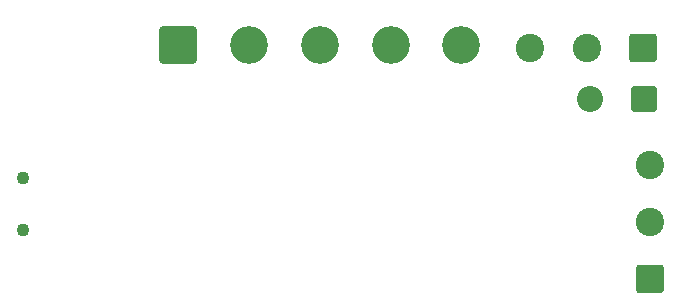
<source format=gbr>
%TF.GenerationSoftware,KiCad,Pcbnew,(6.0.10)*%
%TF.CreationDate,2023-01-31T23:24:52+03:00*%
%TF.ProjectId,001_ESC,3030315f-4553-4432-9e6b-696361645f70,rev?*%
%TF.SameCoordinates,Original*%
%TF.FileFunction,Soldermask,Bot*%
%TF.FilePolarity,Negative*%
%FSLAX46Y46*%
G04 Gerber Fmt 4.6, Leading zero omitted, Abs format (unit mm)*
G04 Created by KiCad (PCBNEW (6.0.10)) date 2023-01-31 23:24:52*
%MOMM*%
%LPD*%
G01*
G04 APERTURE LIST*
G04 Aperture macros list*
%AMRoundRect*
0 Rectangle with rounded corners*
0 $1 Rounding radius*
0 $2 $3 $4 $5 $6 $7 $8 $9 X,Y pos of 4 corners*
0 Add a 4 corners polygon primitive as box body*
4,1,4,$2,$3,$4,$5,$6,$7,$8,$9,$2,$3,0*
0 Add four circle primitives for the rounded corners*
1,1,$1+$1,$2,$3*
1,1,$1+$1,$4,$5*
1,1,$1+$1,$6,$7*
1,1,$1+$1,$8,$9*
0 Add four rect primitives between the rounded corners*
20,1,$1+$1,$2,$3,$4,$5,0*
20,1,$1+$1,$4,$5,$6,$7,0*
20,1,$1+$1,$6,$7,$8,$9,0*
20,1,$1+$1,$8,$9,$2,$3,0*%
G04 Aperture macros list end*
%ADD10RoundRect,0.300801X0.899999X0.899999X-0.899999X0.899999X-0.899999X-0.899999X0.899999X-0.899999X0*%
%ADD11C,2.401600*%
%ADD12C,1.101600*%
%ADD13RoundRect,0.300801X0.799999X0.799999X-0.799999X0.799999X-0.799999X-0.799999X0.799999X-0.799999X0*%
%ADD14C,2.201600*%
%ADD15RoundRect,0.300801X0.899999X-0.899999X0.899999X0.899999X-0.899999X0.899999X-0.899999X-0.899999X0*%
%ADD16RoundRect,0.300799X-1.300001X-1.300001X1.300001X-1.300001X1.300001X1.300001X-1.300001X1.300001X0*%
%ADD17C,3.201600*%
G04 APERTURE END LIST*
D10*
%TO.C,J3*%
X170154000Y-75184000D03*
D11*
X165354000Y-75184000D03*
X160554000Y-75184000D03*
%TD*%
D12*
%TO.C,J1*%
X117602000Y-86192000D03*
X117602000Y-90592000D03*
%TD*%
D13*
%TO.C,J5*%
X170194000Y-79502000D03*
D14*
X165594000Y-79502000D03*
%TD*%
D15*
%TO.C,J4*%
X170688000Y-94716000D03*
D11*
X170688000Y-89916000D03*
X170688000Y-85116000D03*
%TD*%
D16*
%TO.C,J2*%
X130748000Y-74930000D03*
D17*
X136748000Y-74930000D03*
X142748000Y-74930000D03*
X148748000Y-74930000D03*
X154748000Y-74930000D03*
%TD*%
G36*
X132039902Y-76529799D02*
G01*
X132039902Y-76531799D01*
X132038499Y-76532772D01*
X132038493Y-76532773D01*
X132038164Y-76532800D01*
X129457836Y-76532800D01*
X129456104Y-76531800D01*
X129456104Y-76529800D01*
X129457836Y-76528800D01*
X132038170Y-76528799D01*
X132039902Y-76529799D01*
G37*
G36*
X132039896Y-73328200D02*
G01*
X132039896Y-73330200D01*
X132038164Y-73331200D01*
X129457830Y-73331201D01*
X129456098Y-73330201D01*
X129456098Y-73328201D01*
X129457501Y-73327228D01*
X129457507Y-73327227D01*
X129457836Y-73327200D01*
X132038164Y-73327200D01*
X132039896Y-73328200D01*
G37*
M02*

</source>
